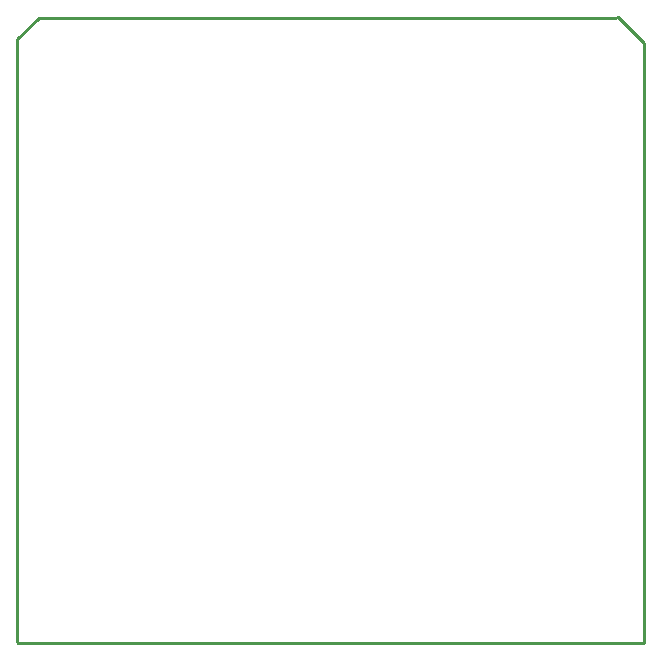
<source format=gbr>
G04*
G04 #@! TF.GenerationSoftware,Altium Limited,Altium Designer,22.4.2 (48)*
G04*
G04 Layer_Color=16711935*
%FSLAX44Y44*%
%MOMM*%
G71*
G04*
G04 #@! TF.SameCoordinates,1039030C-265D-4712-A70C-599C82CECBD2*
G04*
G04*
G04 #@! TF.FilePolarity,Positive*
G04*
G01*
G75*
%ADD18C,0.2540*%
D18*
X768000Y1079000D02*
X1257000D01*
X750000Y1061000D02*
X768000Y1079000D01*
X750000Y551000D02*
Y1061000D01*
Y551000D02*
X751000Y550000D01*
X1281000D01*
Y1058000D01*
X1259000Y1080000D02*
X1281000Y1058000D01*
X1258000Y1080000D02*
X1259000D01*
M02*

</source>
